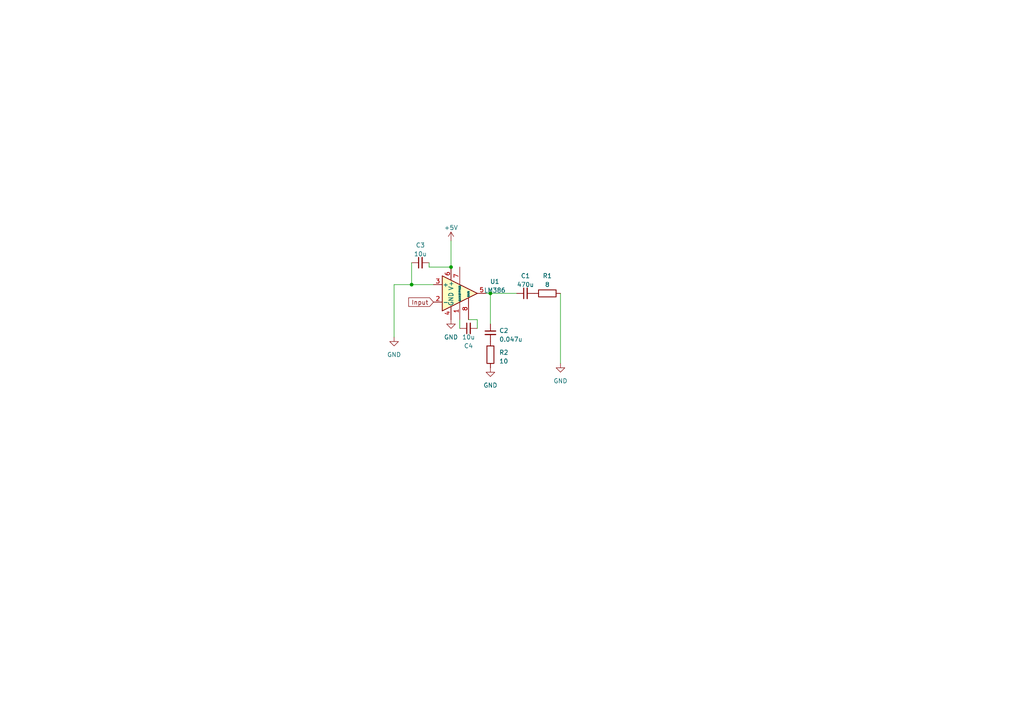
<source format=kicad_sch>
(kicad_sch (version 20230121) (generator eeschema)

  (uuid f58cb6cd-c0df-4ab5-8f9b-2d0bc2c94320)

  (paper "A4")

  (lib_symbols
    (symbol "Amplifier_Audio:LM386" (pin_names (offset 0.127)) (in_bom yes) (on_board yes)
      (property "Reference" "U" (at 1.27 7.62 0)
        (effects (font (size 1.27 1.27)) (justify left))
      )
      (property "Value" "LM386" (at 1.27 5.08 0)
        (effects (font (size 1.27 1.27)) (justify left))
      )
      (property "Footprint" "" (at 2.54 2.54 0)
        (effects (font (size 1.27 1.27)) hide)
      )
      (property "Datasheet" "http://www.ti.com/lit/ds/symlink/lm386.pdf" (at 5.08 5.08 0)
        (effects (font (size 1.27 1.27)) hide)
      )
      (property "ki_keywords" "single Power opamp" (at 0 0 0)
        (effects (font (size 1.27 1.27)) hide)
      )
      (property "ki_description" "Low Voltage Audio Power Amplifier, DIP-8/SOIC-8/SSOP-8" (at 0 0 0)
        (effects (font (size 1.27 1.27)) hide)
      )
      (property "ki_fp_filters" "SOIC*3.9x4.9mm*P1.27mm* DIP*W7.62mm* MSSOP*P0.65mm* TSSOP*3x3mm*P0.5mm*" (at 0 0 0)
        (effects (font (size 1.27 1.27)) hide)
      )
      (symbol "LM386_0_1"
        (polyline
          (pts
            (xy 5.08 0)
            (xy -5.08 5.08)
            (xy -5.08 -5.08)
            (xy 5.08 0)
          )
          (stroke (width 0.254) (type default))
          (fill (type background))
        )
      )
      (symbol "LM386_1_1"
        (pin input line (at 0 -7.62 90) (length 5.08)
          (name "GAIN" (effects (font (size 0.508 0.508))))
          (number "1" (effects (font (size 1.27 1.27))))
        )
        (pin input line (at -7.62 -2.54 0) (length 2.54)
          (name "-" (effects (font (size 1.27 1.27))))
          (number "2" (effects (font (size 1.27 1.27))))
        )
        (pin input line (at -7.62 2.54 0) (length 2.54)
          (name "+" (effects (font (size 1.27 1.27))))
          (number "3" (effects (font (size 1.27 1.27))))
        )
        (pin power_in line (at -2.54 -7.62 90) (length 3.81)
          (name "GND" (effects (font (size 1.27 1.27))))
          (number "4" (effects (font (size 1.27 1.27))))
        )
        (pin output line (at 7.62 0 180) (length 2.54)
          (name "~" (effects (font (size 1.27 1.27))))
          (number "5" (effects (font (size 1.27 1.27))))
        )
        (pin power_in line (at -2.54 7.62 270) (length 3.81)
          (name "V+" (effects (font (size 1.27 1.27))))
          (number "6" (effects (font (size 1.27 1.27))))
        )
        (pin input line (at 0 7.62 270) (length 5.08)
          (name "BYPASS" (effects (font (size 0.508 0.508))))
          (number "7" (effects (font (size 1.27 1.27))))
        )
        (pin input line (at 2.54 -7.62 90) (length 6.35)
          (name "GAIN" (effects (font (size 0.508 0.508))))
          (number "8" (effects (font (size 1.27 1.27))))
        )
      )
    )
    (symbol "Device:C_Small" (pin_numbers hide) (pin_names (offset 0.254) hide) (in_bom yes) (on_board yes)
      (property "Reference" "C" (at 0.254 1.778 0)
        (effects (font (size 1.27 1.27)) (justify left))
      )
      (property "Value" "C_Small" (at 0.254 -2.032 0)
        (effects (font (size 1.27 1.27)) (justify left))
      )
      (property "Footprint" "" (at 0 0 0)
        (effects (font (size 1.27 1.27)) hide)
      )
      (property "Datasheet" "~" (at 0 0 0)
        (effects (font (size 1.27 1.27)) hide)
      )
      (property "ki_keywords" "capacitor cap" (at 0 0 0)
        (effects (font (size 1.27 1.27)) hide)
      )
      (property "ki_description" "Unpolarized capacitor, small symbol" (at 0 0 0)
        (effects (font (size 1.27 1.27)) hide)
      )
      (property "ki_fp_filters" "C_*" (at 0 0 0)
        (effects (font (size 1.27 1.27)) hide)
      )
      (symbol "C_Small_0_1"
        (polyline
          (pts
            (xy -1.524 -0.508)
            (xy 1.524 -0.508)
          )
          (stroke (width 0.3302) (type default))
          (fill (type none))
        )
        (polyline
          (pts
            (xy -1.524 0.508)
            (xy 1.524 0.508)
          )
          (stroke (width 0.3048) (type default))
          (fill (type none))
        )
      )
      (symbol "C_Small_1_1"
        (pin passive line (at 0 2.54 270) (length 2.032)
          (name "~" (effects (font (size 1.27 1.27))))
          (number "1" (effects (font (size 1.27 1.27))))
        )
        (pin passive line (at 0 -2.54 90) (length 2.032)
          (name "~" (effects (font (size 1.27 1.27))))
          (number "2" (effects (font (size 1.27 1.27))))
        )
      )
    )
    (symbol "Device:R" (pin_numbers hide) (pin_names (offset 0)) (in_bom yes) (on_board yes)
      (property "Reference" "R" (at 2.032 0 90)
        (effects (font (size 1.27 1.27)))
      )
      (property "Value" "R" (at 0 0 90)
        (effects (font (size 1.27 1.27)))
      )
      (property "Footprint" "" (at -1.778 0 90)
        (effects (font (size 1.27 1.27)) hide)
      )
      (property "Datasheet" "~" (at 0 0 0)
        (effects (font (size 1.27 1.27)) hide)
      )
      (property "ki_keywords" "R res resistor" (at 0 0 0)
        (effects (font (size 1.27 1.27)) hide)
      )
      (property "ki_description" "Resistor" (at 0 0 0)
        (effects (font (size 1.27 1.27)) hide)
      )
      (property "ki_fp_filters" "R_*" (at 0 0 0)
        (effects (font (size 1.27 1.27)) hide)
      )
      (symbol "R_0_1"
        (rectangle (start -1.016 -2.54) (end 1.016 2.54)
          (stroke (width 0.254) (type default))
          (fill (type none))
        )
      )
      (symbol "R_1_1"
        (pin passive line (at 0 3.81 270) (length 1.27)
          (name "~" (effects (font (size 1.27 1.27))))
          (number "1" (effects (font (size 1.27 1.27))))
        )
        (pin passive line (at 0 -3.81 90) (length 1.27)
          (name "~" (effects (font (size 1.27 1.27))))
          (number "2" (effects (font (size 1.27 1.27))))
        )
      )
    )
    (symbol "power:+5V" (power) (pin_names (offset 0)) (in_bom yes) (on_board yes)
      (property "Reference" "#PWR" (at 0 -3.81 0)
        (effects (font (size 1.27 1.27)) hide)
      )
      (property "Value" "+5V" (at 0 3.556 0)
        (effects (font (size 1.27 1.27)))
      )
      (property "Footprint" "" (at 0 0 0)
        (effects (font (size 1.27 1.27)) hide)
      )
      (property "Datasheet" "" (at 0 0 0)
        (effects (font (size 1.27 1.27)) hide)
      )
      (property "ki_keywords" "global power" (at 0 0 0)
        (effects (font (size 1.27 1.27)) hide)
      )
      (property "ki_description" "Power symbol creates a global label with name \"+5V\"" (at 0 0 0)
        (effects (font (size 1.27 1.27)) hide)
      )
      (symbol "+5V_0_1"
        (polyline
          (pts
            (xy -0.762 1.27)
            (xy 0 2.54)
          )
          (stroke (width 0) (type default))
          (fill (type none))
        )
        (polyline
          (pts
            (xy 0 0)
            (xy 0 2.54)
          )
          (stroke (width 0) (type default))
          (fill (type none))
        )
        (polyline
          (pts
            (xy 0 2.54)
            (xy 0.762 1.27)
          )
          (stroke (width 0) (type default))
          (fill (type none))
        )
      )
      (symbol "+5V_1_1"
        (pin power_in line (at 0 0 90) (length 0) hide
          (name "+5V" (effects (font (size 1.27 1.27))))
          (number "1" (effects (font (size 1.27 1.27))))
        )
      )
    )
    (symbol "power:GND" (power) (pin_names (offset 0)) (in_bom yes) (on_board yes)
      (property "Reference" "#PWR" (at 0 -6.35 0)
        (effects (font (size 1.27 1.27)) hide)
      )
      (property "Value" "GND" (at 0 -3.81 0)
        (effects (font (size 1.27 1.27)))
      )
      (property "Footprint" "" (at 0 0 0)
        (effects (font (size 1.27 1.27)) hide)
      )
      (property "Datasheet" "" (at 0 0 0)
        (effects (font (size 1.27 1.27)) hide)
      )
      (property "ki_keywords" "global power" (at 0 0 0)
        (effects (font (size 1.27 1.27)) hide)
      )
      (property "ki_description" "Power symbol creates a global label with name \"GND\" , ground" (at 0 0 0)
        (effects (font (size 1.27 1.27)) hide)
      )
      (symbol "GND_0_1"
        (polyline
          (pts
            (xy 0 0)
            (xy 0 -1.27)
            (xy 1.27 -1.27)
            (xy 0 -2.54)
            (xy -1.27 -1.27)
            (xy 0 -1.27)
          )
          (stroke (width 0) (type default))
          (fill (type none))
        )
      )
      (symbol "GND_1_1"
        (pin power_in line (at 0 0 270) (length 0) hide
          (name "GND" (effects (font (size 1.27 1.27))))
          (number "1" (effects (font (size 1.27 1.27))))
        )
      )
    )
  )

  (junction (at 142.24 85.09) (diameter 0) (color 0 0 0 0)
    (uuid 11b31e0e-f3d0-4899-b859-d9e6712364c6)
  )
  (junction (at 130.81 77.47) (diameter 0) (color 0 0 0 0)
    (uuid 58b8c8ad-cdc2-4fbe-9313-c43545837210)
  )
  (junction (at 119.38 82.55) (diameter 0) (color 0 0 0 0)
    (uuid 8e44d0f1-6b78-48dd-a0d0-5aee6430129b)
  )

  (wire (pts (xy 124.46 76.2) (xy 124.46 77.47))
    (stroke (width 0) (type default))
    (uuid 00fd5569-fd4d-40e3-a611-82079646a53a)
  )
  (wire (pts (xy 114.3 82.55) (xy 114.3 97.79))
    (stroke (width 0) (type default))
    (uuid 0c6800b5-bd5b-4619-b821-bd9bd4d3f165)
  )
  (wire (pts (xy 119.38 76.2) (xy 119.38 82.55))
    (stroke (width 0) (type default))
    (uuid 3548e760-0897-45eb-bae3-c31484a6e9f2)
  )
  (wire (pts (xy 162.56 85.09) (xy 162.56 105.41))
    (stroke (width 0) (type default))
    (uuid 52a087e9-1258-4d80-9655-fdfac288599d)
  )
  (wire (pts (xy 135.89 92.71) (xy 138.43 92.71))
    (stroke (width 0) (type default))
    (uuid 52d3bc24-d82f-4ebc-8047-7746a7fa2aa5)
  )
  (wire (pts (xy 119.38 82.55) (xy 114.3 82.55))
    (stroke (width 0) (type default))
    (uuid 5c786096-f031-4037-9c38-cd439eebd0fc)
  )
  (wire (pts (xy 133.35 92.71) (xy 133.35 95.25))
    (stroke (width 0) (type default))
    (uuid 7ee93554-59d7-4210-9097-a9151f40fb0a)
  )
  (wire (pts (xy 130.81 69.85) (xy 130.81 77.47))
    (stroke (width 0) (type default))
    (uuid 85b7e211-7bd9-4ea3-9aad-bfb7e27b56c8)
  )
  (wire (pts (xy 124.46 77.47) (xy 130.81 77.47))
    (stroke (width 0) (type default))
    (uuid afbb6473-e783-452b-a848-1d48b2843a59)
  )
  (wire (pts (xy 138.43 92.71) (xy 138.43 95.25))
    (stroke (width 0) (type default))
    (uuid ba265253-245a-43f7-bee5-8512a0e01176)
  )
  (wire (pts (xy 125.73 82.55) (xy 119.38 82.55))
    (stroke (width 0) (type default))
    (uuid bc083d02-ec34-446a-804c-17fa061c427e)
  )
  (wire (pts (xy 142.24 85.09) (xy 142.24 93.98))
    (stroke (width 0) (type default))
    (uuid d3e77f64-308c-42f3-9b9a-52ef5495d8b6)
  )
  (wire (pts (xy 142.24 85.09) (xy 149.86 85.09))
    (stroke (width 0) (type default))
    (uuid d598552d-8422-46cf-8279-8bf69dbae681)
  )
  (wire (pts (xy 140.97 85.09) (xy 142.24 85.09))
    (stroke (width 0) (type default))
    (uuid ea635766-0c77-40b4-bb1c-d1d6c4b9baa6)
  )

  (global_label "Input" (shape input) (at 125.73 87.63 180) (fields_autoplaced)
    (effects (font (size 1.27 1.27)) (justify right))
    (uuid ee7c3ce2-4b14-4944-9c46-075b63f13495)
    (property "Intersheetrefs" "${INTERSHEET_REFS}" (at 118.0467 87.63 0)
      (effects (font (size 1.27 1.27)) (justify right) hide)
    )
  )

  (symbol (lib_id "Device:C_Small") (at 121.92 76.2 90) (unit 1)
    (in_bom yes) (on_board yes) (dnp no) (fields_autoplaced)
    (uuid 0d559155-a352-482b-b2e6-5907fb0ef43e)
    (property "Reference" "C3" (at 121.9263 71.12 90)
      (effects (font (size 1.27 1.27)))
    )
    (property "Value" "10u" (at 121.9263 73.66 90)
      (effects (font (size 1.27 1.27)))
    )
    (property "Footprint" "" (at 121.92 76.2 0)
      (effects (font (size 1.27 1.27)) hide)
    )
    (property "Datasheet" "~" (at 121.92 76.2 0)
      (effects (font (size 1.27 1.27)) hide)
    )
    (pin "1" (uuid 5c2ff572-58cf-4822-8215-d2bd1470ecf4))
    (pin "2" (uuid 11dd9e71-b8ae-4998-9037-f541569093f5))
    (instances
      (project "audio_amplifier_ckt"
        (path "/f58cb6cd-c0df-4ab5-8f9b-2d0bc2c94320"
          (reference "C3") (unit 1)
        )
      )
    )
  )

  (symbol (lib_id "Device:C_Small") (at 152.4 85.09 90) (unit 1)
    (in_bom yes) (on_board yes) (dnp no) (fields_autoplaced)
    (uuid 172c8e65-dccd-4b0a-a3d5-d8c4cc71b256)
    (property "Reference" "C1" (at 152.4063 80.01 90)
      (effects (font (size 1.27 1.27)))
    )
    (property "Value" "470u" (at 152.4063 82.55 90)
      (effects (font (size 1.27 1.27)))
    )
    (property "Footprint" "" (at 152.4 85.09 0)
      (effects (font (size 1.27 1.27)) hide)
    )
    (property "Datasheet" "~" (at 152.4 85.09 0)
      (effects (font (size 1.27 1.27)) hide)
    )
    (pin "1" (uuid 71e1ae95-cdc2-4a73-bd9d-e868474b38aa))
    (pin "2" (uuid 1f75b332-f313-411b-b264-e5ef7f2d4d1c))
    (instances
      (project "audio_amplifier_ckt"
        (path "/f58cb6cd-c0df-4ab5-8f9b-2d0bc2c94320"
          (reference "C1") (unit 1)
        )
      )
    )
  )

  (symbol (lib_id "Device:R") (at 158.75 85.09 90) (unit 1)
    (in_bom yes) (on_board yes) (dnp no) (fields_autoplaced)
    (uuid 2400f3d3-0d2a-4963-bdb9-1c66de1d0c8e)
    (property "Reference" "R1" (at 158.75 80.01 90)
      (effects (font (size 1.27 1.27)))
    )
    (property "Value" "8" (at 158.75 82.55 90)
      (effects (font (size 1.27 1.27)))
    )
    (property "Footprint" "" (at 158.75 86.868 90)
      (effects (font (size 1.27 1.27)) hide)
    )
    (property "Datasheet" "~" (at 158.75 85.09 0)
      (effects (font (size 1.27 1.27)) hide)
    )
    (pin "1" (uuid 5a100287-e487-42f6-bc90-e3c0efa2b936))
    (pin "2" (uuid 7bce7c56-186a-4fc3-aae9-55d66ec21a69))
    (instances
      (project "audio_amplifier_ckt"
        (path "/f58cb6cd-c0df-4ab5-8f9b-2d0bc2c94320"
          (reference "R1") (unit 1)
        )
      )
    )
  )

  (symbol (lib_id "Device:R") (at 142.24 102.87 0) (unit 1)
    (in_bom yes) (on_board yes) (dnp no) (fields_autoplaced)
    (uuid 5584761c-d779-4be7-b46b-fcc045386441)
    (property "Reference" "R2" (at 144.78 102.235 0)
      (effects (font (size 1.27 1.27)) (justify left))
    )
    (property "Value" "10" (at 144.78 104.775 0)
      (effects (font (size 1.27 1.27)) (justify left))
    )
    (property "Footprint" "" (at 140.462 102.87 90)
      (effects (font (size 1.27 1.27)) hide)
    )
    (property "Datasheet" "~" (at 142.24 102.87 0)
      (effects (font (size 1.27 1.27)) hide)
    )
    (pin "1" (uuid c5ddb0e2-6090-401f-924e-0fe075fea673))
    (pin "2" (uuid 7f566693-4f69-44dd-a486-cb80987502fc))
    (instances
      (project "audio_amplifier_ckt"
        (path "/f58cb6cd-c0df-4ab5-8f9b-2d0bc2c94320"
          (reference "R2") (unit 1)
        )
      )
    )
  )

  (symbol (lib_id "power:+5V") (at 130.81 69.85 0) (unit 1)
    (in_bom yes) (on_board yes) (dnp no) (fields_autoplaced)
    (uuid 6307c638-16e9-4930-bd03-fc37fffa2be4)
    (property "Reference" "#PWR05" (at 130.81 73.66 0)
      (effects (font (size 1.27 1.27)) hide)
    )
    (property "Value" "+5V" (at 130.81 66.04 0)
      (effects (font (size 1.27 1.27)))
    )
    (property "Footprint" "" (at 130.81 69.85 0)
      (effects (font (size 1.27 1.27)) hide)
    )
    (property "Datasheet" "" (at 130.81 69.85 0)
      (effects (font (size 1.27 1.27)) hide)
    )
    (pin "1" (uuid 403dade8-2159-4b2d-bfab-a775b096a94c))
    (instances
      (project "audio_amplifier_ckt"
        (path "/f58cb6cd-c0df-4ab5-8f9b-2d0bc2c94320"
          (reference "#PWR05") (unit 1)
        )
      )
    )
  )

  (symbol (lib_id "power:GND") (at 162.56 105.41 0) (unit 1)
    (in_bom yes) (on_board yes) (dnp no) (fields_autoplaced)
    (uuid 674a19fc-36c8-4028-a8b8-962f78aa982e)
    (property "Reference" "#PWR02" (at 162.56 111.76 0)
      (effects (font (size 1.27 1.27)) hide)
    )
    (property "Value" "GND" (at 162.56 110.49 0)
      (effects (font (size 1.27 1.27)))
    )
    (property "Footprint" "" (at 162.56 105.41 0)
      (effects (font (size 1.27 1.27)) hide)
    )
    (property "Datasheet" "" (at 162.56 105.41 0)
      (effects (font (size 1.27 1.27)) hide)
    )
    (pin "1" (uuid f6bc9127-fdf4-461e-b358-cadeb0c8cf19))
    (instances
      (project "audio_amplifier_ckt"
        (path "/f58cb6cd-c0df-4ab5-8f9b-2d0bc2c94320"
          (reference "#PWR02") (unit 1)
        )
      )
    )
  )

  (symbol (lib_id "Device:C_Small") (at 135.89 95.25 90) (mirror x) (unit 1)
    (in_bom yes) (on_board yes) (dnp no)
    (uuid 8b8a7857-c32f-4377-a11b-af65df9d4c17)
    (property "Reference" "C4" (at 135.8963 100.33 90)
      (effects (font (size 1.27 1.27)))
    )
    (property "Value" "10u" (at 135.8963 97.79 90)
      (effects (font (size 1.27 1.27)))
    )
    (property "Footprint" "" (at 135.89 95.25 0)
      (effects (font (size 1.27 1.27)) hide)
    )
    (property "Datasheet" "~" (at 135.89 95.25 0)
      (effects (font (size 1.27 1.27)) hide)
    )
    (pin "1" (uuid 05e870f2-9103-421f-96ef-ddb3fded3668))
    (pin "2" (uuid c7f3dca8-6ad9-46aa-8f15-9b040fa93416))
    (instances
      (project "audio_amplifier_ckt"
        (path "/f58cb6cd-c0df-4ab5-8f9b-2d0bc2c94320"
          (reference "C4") (unit 1)
        )
      )
    )
  )

  (symbol (lib_id "Device:C_Small") (at 142.24 96.52 0) (unit 1)
    (in_bom yes) (on_board yes) (dnp no)
    (uuid 8bb9d771-55fe-4ca8-ba2f-1bd89c0c6c79)
    (property "Reference" "C2" (at 144.78 95.8913 0)
      (effects (font (size 1.27 1.27)) (justify left))
    )
    (property "Value" "0.047u" (at 144.78 98.4313 0)
      (effects (font (size 1.27 1.27)) (justify left))
    )
    (property "Footprint" "" (at 142.24 96.52 0)
      (effects (font (size 1.27 1.27)) hide)
    )
    (property "Datasheet" "~" (at 142.24 96.52 0)
      (effects (font (size 1.27 1.27)) hide)
    )
    (pin "1" (uuid 501b2884-5659-4480-9aea-76c8c9cf4397))
    (pin "2" (uuid 3fe6435a-ed08-4913-8a83-dfd97507b21c))
    (instances
      (project "audio_amplifier_ckt"
        (path "/f58cb6cd-c0df-4ab5-8f9b-2d0bc2c94320"
          (reference "C2") (unit 1)
        )
      )
    )
  )

  (symbol (lib_id "power:GND") (at 114.3 97.79 0) (unit 1)
    (in_bom yes) (on_board yes) (dnp no) (fields_autoplaced)
    (uuid b77ca0b9-122f-48d5-af12-37b5f1ce1a25)
    (property "Reference" "#PWR04" (at 114.3 104.14 0)
      (effects (font (size 1.27 1.27)) hide)
    )
    (property "Value" "GND" (at 114.3 102.87 0)
      (effects (font (size 1.27 1.27)))
    )
    (property "Footprint" "" (at 114.3 97.79 0)
      (effects (font (size 1.27 1.27)) hide)
    )
    (property "Datasheet" "" (at 114.3 97.79 0)
      (effects (font (size 1.27 1.27)) hide)
    )
    (pin "1" (uuid 4553dc1f-58de-4460-a1d5-dd63392d3df7))
    (instances
      (project "audio_amplifier_ckt"
        (path "/f58cb6cd-c0df-4ab5-8f9b-2d0bc2c94320"
          (reference "#PWR04") (unit 1)
        )
      )
    )
  )

  (symbol (lib_id "power:GND") (at 142.24 106.68 0) (unit 1)
    (in_bom yes) (on_board yes) (dnp no) (fields_autoplaced)
    (uuid d9301306-0aba-49d3-bb0a-83780383f4f0)
    (property "Reference" "#PWR03" (at 142.24 113.03 0)
      (effects (font (size 1.27 1.27)) hide)
    )
    (property "Value" "GND" (at 142.24 111.76 0)
      (effects (font (size 1.27 1.27)))
    )
    (property "Footprint" "" (at 142.24 106.68 0)
      (effects (font (size 1.27 1.27)) hide)
    )
    (property "Datasheet" "" (at 142.24 106.68 0)
      (effects (font (size 1.27 1.27)) hide)
    )
    (pin "1" (uuid a3f37384-8601-4e1c-b8d5-1e182454dd8d))
    (instances
      (project "audio_amplifier_ckt"
        (path "/f58cb6cd-c0df-4ab5-8f9b-2d0bc2c94320"
          (reference "#PWR03") (unit 1)
        )
      )
    )
  )

  (symbol (lib_id "power:GND") (at 130.81 92.71 0) (unit 1)
    (in_bom yes) (on_board yes) (dnp no) (fields_autoplaced)
    (uuid e5086027-95e4-4763-bf45-4d18aa256946)
    (property "Reference" "#PWR01" (at 130.81 99.06 0)
      (effects (font (size 1.27 1.27)) hide)
    )
    (property "Value" "GND" (at 130.81 97.79 0)
      (effects (font (size 1.27 1.27)))
    )
    (property "Footprint" "" (at 130.81 92.71 0)
      (effects (font (size 1.27 1.27)) hide)
    )
    (property "Datasheet" "" (at 130.81 92.71 0)
      (effects (font (size 1.27 1.27)) hide)
    )
    (pin "1" (uuid 2e419250-96a2-48c3-8089-d3e65b80e321))
    (instances
      (project "audio_amplifier_ckt"
        (path "/f58cb6cd-c0df-4ab5-8f9b-2d0bc2c94320"
          (reference "#PWR01") (unit 1)
        )
      )
    )
  )

  (symbol (lib_id "Amplifier_Audio:LM386") (at 133.35 85.09 0) (unit 1)
    (in_bom yes) (on_board yes) (dnp no)
    (uuid e84897f6-25be-4de7-a336-47da7ae654bb)
    (property "Reference" "U1" (at 143.51 81.6611 0)
      (effects (font (size 1.27 1.27)))
    )
    (property "Value" "LM386" (at 143.51 84.2011 0)
      (effects (font (size 1.27 1.27)))
    )
    (property "Footprint" "" (at 135.89 82.55 0)
      (effects (font (size 1.27 1.27)) hide)
    )
    (property "Datasheet" "http://www.ti.com/lit/ds/symlink/lm386.pdf" (at 138.43 80.01 0)
      (effects (font (size 1.27 1.27)) hide)
    )
    (pin "1" (uuid 587e638b-2aad-40c8-ae30-1348ac4d3af5))
    (pin "2" (uuid 96a3f58e-509b-469b-b64c-01e3b6727524))
    (pin "3" (uuid 878c17b4-f8a5-4903-a672-6164e92191b5))
    (pin "4" (uuid 06e629b4-d838-450c-8894-f8a2bd3e189f))
    (pin "5" (uuid 41ff06c7-afaf-4de7-9317-4fbd8654f2d9))
    (pin "6" (uuid 540d87c1-961f-4af1-ba9c-f89a5c3e714d))
    (pin "7" (uuid 85e1c880-8862-4bf3-9d60-6fc7ffb9560f))
    (pin "8" (uuid c96a6e38-db45-4748-919e-3b79f9699527))
    (instances
      (project "audio_amplifier_ckt"
        (path "/f58cb6cd-c0df-4ab5-8f9b-2d0bc2c94320"
          (reference "U1") (unit 1)
        )
      )
    )
  )

  (sheet_instances
    (path "/" (page "1"))
  )
)

</source>
